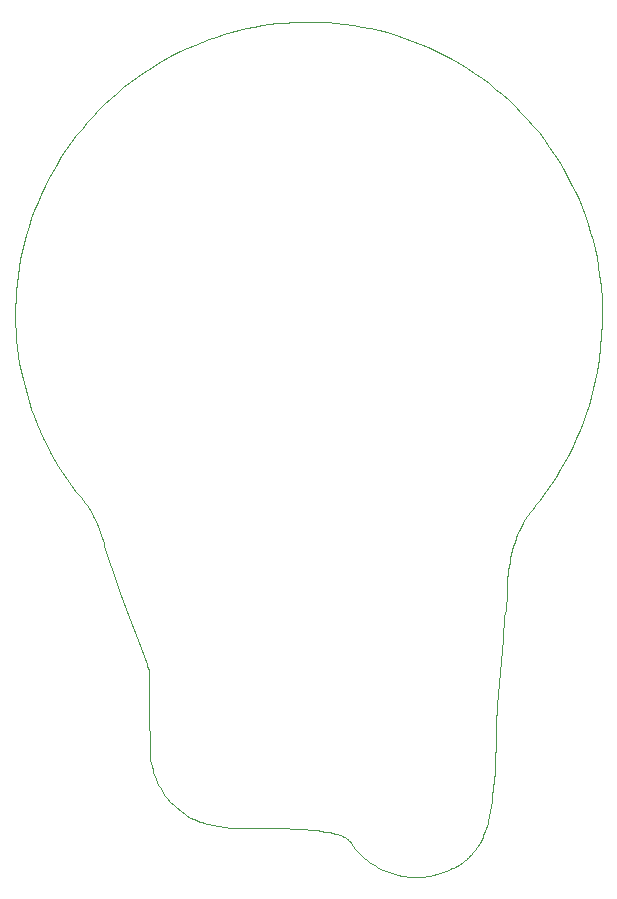
<source format=gbr>
%TF.GenerationSoftware,KiCad,Pcbnew,(6.0.8)*%
%TF.CreationDate,2022-10-01T01:52:07+02:00*%
%TF.ProjectId,ea_logobulb,65615f6c-6f67-46f6-9275-6c622e6b6963,rev?*%
%TF.SameCoordinates,Original*%
%TF.FileFunction,Profile,NP*%
%FSLAX46Y46*%
G04 Gerber Fmt 4.6, Leading zero omitted, Abs format (unit mm)*
G04 Created by KiCad (PCBNEW (6.0.8)) date 2022-10-01 01:52:07*
%MOMM*%
%LPD*%
G01*
G04 APERTURE LIST*
%TA.AperFunction,Profile*%
%ADD10C,0.100000*%
%TD*%
G04 APERTURE END LIST*
D10*
X139713820Y-52694517D02*
X139781675Y-52694986D01*
X140520557Y-52708175D01*
X141258649Y-52743566D01*
X141995322Y-52801008D01*
X142729947Y-52880352D01*
X143461897Y-52981447D01*
X144190543Y-53104141D01*
X144915256Y-53248284D01*
X145635408Y-53413725D01*
X146350370Y-53600314D01*
X147059515Y-53807900D01*
X147762213Y-54036333D01*
X148457837Y-54285461D01*
X149145758Y-54555135D01*
X149825348Y-54845202D01*
X150495977Y-55155514D01*
X151157018Y-55485918D01*
X151814894Y-55838507D01*
X152461668Y-56210960D01*
X153096826Y-56602841D01*
X153719858Y-57013714D01*
X154330250Y-57443144D01*
X154927489Y-57890693D01*
X155511064Y-58355927D01*
X156080462Y-58838409D01*
X156635169Y-59337702D01*
X157174674Y-59853371D01*
X157698464Y-60384981D01*
X158206027Y-60932094D01*
X158696850Y-61494274D01*
X159170420Y-62071087D01*
X159626225Y-62662095D01*
X160063753Y-63266863D01*
X160475693Y-63871740D01*
X160869214Y-64488688D01*
X161244080Y-65117112D01*
X161600052Y-65756415D01*
X161936892Y-66406002D01*
X162254362Y-67065279D01*
X162552224Y-67733650D01*
X162830241Y-68410519D01*
X163088175Y-69095291D01*
X163325786Y-69787372D01*
X163542839Y-70486165D01*
X163739094Y-71191075D01*
X163914314Y-71901508D01*
X164068261Y-72616867D01*
X164200697Y-73336557D01*
X164311384Y-74059984D01*
X164430526Y-75082566D01*
X164507400Y-76109091D01*
X164542410Y-77137908D01*
X164535959Y-78167365D01*
X164488453Y-79195811D01*
X164400296Y-80221592D01*
X164271893Y-81243058D01*
X164103647Y-82258556D01*
X163957309Y-82986311D01*
X163789914Y-83709445D01*
X163601708Y-84427406D01*
X163392938Y-85139644D01*
X163163850Y-85845607D01*
X162914693Y-86544744D01*
X162645713Y-87236504D01*
X162357157Y-87920336D01*
X162049272Y-88595689D01*
X161722305Y-89262011D01*
X161376503Y-89918751D01*
X161012113Y-90565359D01*
X160629382Y-91201283D01*
X160228557Y-91825972D01*
X159809885Y-92438875D01*
X159373613Y-93039440D01*
X159278398Y-93168032D01*
X159181201Y-93295110D01*
X158983318Y-93546580D01*
X158784881Y-93797567D01*
X158686992Y-93924041D01*
X158590807Y-94051788D01*
X158517499Y-94130197D01*
X158446732Y-94210637D01*
X158378378Y-94292976D01*
X158312309Y-94377086D01*
X158248397Y-94462834D01*
X158186514Y-94550090D01*
X158126533Y-94638724D01*
X158068324Y-94728604D01*
X157956715Y-94911583D01*
X157850663Y-95097983D01*
X157749145Y-95286757D01*
X157651136Y-95476860D01*
X157504569Y-95789257D01*
X157368836Y-96105982D01*
X157243695Y-96426715D01*
X157128904Y-96751136D01*
X157024220Y-97078924D01*
X156929402Y-97409761D01*
X156844207Y-97743325D01*
X156768394Y-98079298D01*
X156701720Y-98417358D01*
X156643943Y-98757186D01*
X156594821Y-99098462D01*
X156554111Y-99440865D01*
X156521573Y-99784077D01*
X156496963Y-100127776D01*
X156480039Y-100471643D01*
X156470560Y-100815357D01*
X156469980Y-101095890D01*
X156463335Y-101376392D01*
X156450206Y-101656651D01*
X156430175Y-101936453D01*
X156402827Y-102215582D01*
X156367742Y-102493827D01*
X156324504Y-102770971D01*
X156272695Y-103046802D01*
X156130921Y-104921497D01*
X155977217Y-106795354D01*
X155658121Y-110542148D01*
X155643104Y-110705834D01*
X155630647Y-110869711D01*
X155609601Y-111197738D01*
X155587351Y-111525632D01*
X155573391Y-111689341D01*
X155556268Y-111852791D01*
X155553078Y-111972768D01*
X155551797Y-112092860D01*
X155552744Y-112333274D01*
X155554673Y-112573801D01*
X155554620Y-112694034D01*
X155553148Y-112814209D01*
X155527172Y-114167704D01*
X155503723Y-114844255D01*
X155472401Y-115520470D01*
X155432533Y-116196196D01*
X155383444Y-116871280D01*
X155324461Y-117545568D01*
X155254911Y-118218906D01*
X155201389Y-118647687D01*
X155141744Y-119076621D01*
X155073045Y-119504452D01*
X154992364Y-119929928D01*
X154896769Y-120351792D01*
X154842464Y-120560979D01*
X154783333Y-120768792D01*
X154719008Y-120975076D01*
X154649124Y-121179673D01*
X154573314Y-121382426D01*
X154491212Y-121583179D01*
X154419459Y-121740988D01*
X154343876Y-121897163D01*
X154264205Y-122051344D01*
X154180188Y-122203171D01*
X154091566Y-122352284D01*
X153998082Y-122498323D01*
X153949435Y-122570078D01*
X153899477Y-122640930D01*
X153848173Y-122710833D01*
X153795492Y-122779743D01*
X153768596Y-122817657D01*
X153741044Y-122855011D01*
X153712877Y-122891839D01*
X153684138Y-122928178D01*
X153625104Y-122999526D01*
X153564272Y-123069339D01*
X153501973Y-123137898D01*
X153438536Y-123205486D01*
X153309572Y-123338878D01*
X153273677Y-123379680D01*
X153236509Y-123419073D01*
X153198189Y-123457193D01*
X153158840Y-123494177D01*
X153118585Y-123530160D01*
X153077548Y-123565277D01*
X152993613Y-123633457D01*
X152908020Y-123699803D01*
X152821748Y-123765401D01*
X152735782Y-123831336D01*
X152651102Y-123898693D01*
X152519707Y-123986321D01*
X152386404Y-124071211D01*
X152251254Y-124153261D01*
X152114318Y-124232369D01*
X151975656Y-124308433D01*
X151835328Y-124381352D01*
X151693395Y-124451023D01*
X151549917Y-124517345D01*
X151299560Y-124623868D01*
X151045086Y-124719901D01*
X150786930Y-124805403D01*
X150525528Y-124880331D01*
X150261314Y-124944645D01*
X149994726Y-124998304D01*
X149726196Y-125041266D01*
X149456161Y-125073489D01*
X149185056Y-125094933D01*
X148913317Y-125105555D01*
X148641378Y-125105315D01*
X148369674Y-125094171D01*
X148098642Y-125072083D01*
X147828716Y-125039007D01*
X147560332Y-124994904D01*
X147293924Y-124939731D01*
X147028239Y-124874437D01*
X146765571Y-124798173D01*
X146506303Y-124711168D01*
X146250818Y-124613648D01*
X145999501Y-124505843D01*
X145752735Y-124387979D01*
X145510903Y-124260285D01*
X145274390Y-124122989D01*
X145043579Y-123976317D01*
X144818854Y-123820498D01*
X144600597Y-123655759D01*
X144389194Y-123482330D01*
X144185027Y-123300436D01*
X143988481Y-123110306D01*
X143799938Y-122912168D01*
X143619783Y-122706249D01*
X143557528Y-122633815D01*
X143497211Y-122559938D01*
X143438615Y-122484777D01*
X143381523Y-122408491D01*
X143325717Y-122331239D01*
X143270980Y-122253179D01*
X143163839Y-122095272D01*
X143117787Y-122033747D01*
X143067936Y-121976632D01*
X143014592Y-121923667D01*
X142958058Y-121874593D01*
X142898639Y-121829152D01*
X142836641Y-121787085D01*
X142772367Y-121748133D01*
X142706122Y-121712039D01*
X142638211Y-121678542D01*
X142568938Y-121647385D01*
X142498608Y-121618309D01*
X142427526Y-121591054D01*
X142284324Y-121540977D01*
X142141767Y-121495083D01*
X141967227Y-121446866D01*
X141791834Y-121402573D01*
X141438767Y-121324814D01*
X141083118Y-121259921D01*
X140725437Y-121206011D01*
X140366277Y-121161197D01*
X140006187Y-121123597D01*
X139285427Y-121062496D01*
X138491798Y-121016178D01*
X137697694Y-120982370D01*
X136108468Y-120944098D01*
X134518566Y-120931311D01*
X132928806Y-120927639D01*
X132668966Y-120895501D01*
X132417621Y-120860317D01*
X132174491Y-120822168D01*
X131939300Y-120781135D01*
X131711767Y-120737301D01*
X131491614Y-120690747D01*
X131278563Y-120641555D01*
X131072334Y-120589805D01*
X130872649Y-120535581D01*
X130679230Y-120478963D01*
X130491798Y-120420033D01*
X130310073Y-120358873D01*
X129962633Y-120230189D01*
X129634681Y-120093563D01*
X128461898Y-119197773D01*
X128364332Y-119107684D01*
X128268399Y-119015848D01*
X128174169Y-118922265D01*
X128081715Y-118826935D01*
X127991106Y-118729856D01*
X127902414Y-118631028D01*
X127815710Y-118530452D01*
X127731065Y-118428127D01*
X127561792Y-118211477D01*
X127401814Y-117987984D01*
X127251292Y-117758071D01*
X127110388Y-117522165D01*
X126979261Y-117280691D01*
X126858073Y-117034073D01*
X126746984Y-116782738D01*
X126646154Y-116527110D01*
X126555744Y-116267614D01*
X126475915Y-116004677D01*
X126406828Y-115738722D01*
X126348643Y-115470175D01*
X126301520Y-115199462D01*
X126265620Y-114927007D01*
X126241105Y-114653236D01*
X126228134Y-114378574D01*
X126227803Y-114337197D01*
X126226544Y-114332576D01*
X126223616Y-114315885D01*
X126222269Y-114298570D01*
X126222282Y-114281626D01*
X126223433Y-114266053D01*
X126225501Y-114252848D01*
X126227084Y-114247213D01*
X126227803Y-114337197D01*
X126228669Y-114340374D01*
X126231273Y-114347642D01*
X126234382Y-114354255D01*
X126238024Y-114360088D01*
X126242228Y-114365016D01*
X126247020Y-114368914D01*
X126252428Y-114371658D01*
X126258480Y-114373123D01*
X126265204Y-114373184D01*
X126272626Y-114371716D01*
X126280775Y-114368596D01*
X126289679Y-114363697D01*
X126241865Y-114257274D01*
X126240233Y-114249490D01*
X126238526Y-114243669D01*
X126236772Y-114239688D01*
X126234999Y-114237422D01*
X126233234Y-114236746D01*
X126231505Y-114237535D01*
X126229840Y-114239664D01*
X126228266Y-114243009D01*
X126227084Y-114247213D01*
X126201427Y-111035115D01*
X126198855Y-109363313D01*
X126207877Y-107691547D01*
X126184138Y-107613675D01*
X126158636Y-107536140D01*
X126131780Y-107458871D01*
X126103979Y-107381797D01*
X126047173Y-107227947D01*
X125991489Y-107074020D01*
X125240000Y-105074380D01*
X124477879Y-103078620D01*
X123728352Y-101078257D01*
X123365571Y-100073700D01*
X123014648Y-99064812D01*
X122851350Y-98574300D01*
X122696495Y-98081115D01*
X122547762Y-97586031D01*
X122402836Y-97089824D01*
X122344715Y-96845836D01*
X122280716Y-96603317D01*
X122210879Y-96362414D01*
X122135242Y-96123271D01*
X122053843Y-95886035D01*
X121966721Y-95650849D01*
X121873914Y-95417860D01*
X121775462Y-95187213D01*
X121671403Y-94959053D01*
X121561775Y-94733526D01*
X121446617Y-94510776D01*
X121325967Y-94290949D01*
X121199864Y-94074190D01*
X121068347Y-93860644D01*
X120931454Y-93650458D01*
X120789224Y-93443775D01*
X120591547Y-93200964D01*
X120392494Y-92959044D01*
X120195140Y-92715688D01*
X120098062Y-92592745D01*
X120002563Y-92468571D01*
X119601859Y-91935931D01*
X119215897Y-91392557D01*
X118844891Y-90838887D01*
X118489052Y-90275356D01*
X118148594Y-89702404D01*
X117823730Y-89120466D01*
X117514671Y-88529980D01*
X117221631Y-87931383D01*
X116944823Y-87325113D01*
X116684459Y-86711606D01*
X116440751Y-86091299D01*
X116213913Y-85464630D01*
X116004157Y-84832036D01*
X115811697Y-84193955D01*
X115636743Y-83550822D01*
X115479510Y-82903076D01*
X115336588Y-82239358D01*
X115212281Y-81571949D01*
X115106595Y-80901363D01*
X115019532Y-80228116D01*
X114951097Y-79552722D01*
X114901293Y-78875696D01*
X114870123Y-78197553D01*
X114857591Y-77518807D01*
X114863702Y-76839974D01*
X114888458Y-76161569D01*
X114931863Y-75484105D01*
X114993922Y-74808098D01*
X115074636Y-74134063D01*
X115174011Y-73462515D01*
X115292050Y-72793968D01*
X115428757Y-72128937D01*
X115595202Y-71420109D01*
X115782793Y-70716645D01*
X115991252Y-70019112D01*
X116220303Y-69328080D01*
X116469669Y-68644114D01*
X116739074Y-67967783D01*
X117028240Y-67299654D01*
X117336892Y-66640296D01*
X117664752Y-65990275D01*
X118011544Y-65350159D01*
X118376992Y-64720517D01*
X118760817Y-64101915D01*
X119162745Y-63494922D01*
X119582498Y-62900105D01*
X120019800Y-62318032D01*
X120474373Y-61749270D01*
X120933713Y-61206314D01*
X121408662Y-60677060D01*
X121898751Y-60161850D01*
X122403508Y-59661027D01*
X122922463Y-59174933D01*
X123455145Y-58703912D01*
X124001084Y-58248305D01*
X124559810Y-57808455D01*
X125130851Y-57384705D01*
X125713737Y-56977397D01*
X126307997Y-56586873D01*
X126913161Y-56213478D01*
X127528758Y-55857552D01*
X128154318Y-55519438D01*
X128789370Y-55199480D01*
X129433443Y-54898019D01*
X130036499Y-54635028D01*
X130646344Y-54388322D01*
X131262529Y-54157991D01*
X131884608Y-53944125D01*
X132512130Y-53746813D01*
X133144648Y-53566148D01*
X133781714Y-53402218D01*
X134422879Y-53255114D01*
X135067695Y-53124927D01*
X135715713Y-53011746D01*
X136366485Y-52915663D01*
X137019563Y-52836766D01*
X137674499Y-52775147D01*
X138330844Y-52730896D01*
X138988150Y-52704102D01*
X139645969Y-52694858D01*
X139645969Y-52694857D01*
X139679893Y-52694446D01*
X139713820Y-52694517D01*
M02*

</source>
